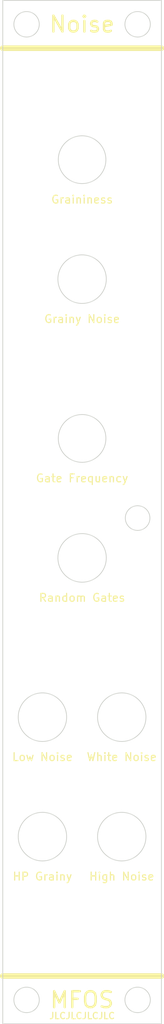
<source format=kicad_pcb>
(kicad_pcb (version 20221018) (generator pcbnew)
  (layers (0 "F.Cu" signal) (31 "B.Cu" signal) (34 "B.Paste" user) (35 "F.Paste" user) (36 "B.SilkS" user "B.Silkscreen") (37 "F.SilkS" user "F.Silkscreen") (38 "B.Mask" user) (39 "F.Mask" user) (44 "Edge.Cuts" user))
  (net 0 "")
  (footprint "Library:Potentiometer_Bourns_PTV09A-1_Single_Vertical-panel" (layer "F.Cu") (at 10 20)
    (fp_text reference "Graininess" (at 0 5) (layer "F.SilkS"))
    (fp_text value "100K" hide)
    (fp_circle (center 0 0) (end 3 0) (stroke (width 0.1)) (fill none) (layer "Edge.Cuts"))
  )
  (footprint "Library:Potentiometer_Bourns_PTV09A-1_Single_Vertical-panel" (layer "F.Cu") (at 10 55)
    (fp_text reference "Gate Frequency" (at 0 5) (layer "F.SilkS"))
    (fp_text value "100K" hide)
    (fp_circle (center 0 0) (end 3 0) (stroke (width 0.1)) (fill none) (layer "Edge.Cuts"))
  )
  (footprint "Library:Jack_3.5mm_QingPu_WQP-PJ398SM_Vertical_CircularHoles-panel" (layer "F.Cu") (at 5 105)
    (fp_text reference "HP Grainy" (at 0 5 180) (layer "F.SilkS"))
    (fp_text value "AudioJack2" hide)
    (fp_circle (center 0 0) (end 3.05 0) (stroke (width 0.1)) (fill none) (layer "Edge.Cuts"))
  )
  (footprint "Library:Jack_3.5mm_QingPu_WQP-PJ398SM_Vertical_CircularHoles-panel" (layer "F.Cu") (at 15 90)
    (fp_text reference "White Noise" (at 0 5 180) (layer "F.SilkS"))
    (fp_text value "AudioJack2" hide)
    (fp_circle (center 0 0) (end 3.05 0) (stroke (width 0.1)) (fill none) (layer "Edge.Cuts"))
  )
  (footprint "Library:Jack_3.5mm_QingPu_WQP-PJ398SM_Vertical_CircularHoles-panel" (layer "F.Cu") (at 10 70)
    (fp_text reference "Random Gates" (at 0 5 180) (layer "F.SilkS"))
    (fp_text value "AudioJack2" hide)
    (fp_circle (center 0 0) (end 3.05 0) (stroke (width 0.1)) (fill none) (layer "Edge.Cuts"))
  )
  (footprint "Library:Jack_3.5mm_QingPu_WQP-PJ398SM_Vertical_CircularHoles-panel" (layer "F.Cu") (at 5 90)
    (fp_text reference "Low Noise" (at 0 5 180) (layer "F.SilkS"))
    (fp_text value "AudioJack2" hide)
    (fp_circle (center 0 0) (end 3.05 0) (stroke (width 0.1)) (fill none) (layer "Edge.Cuts"))
  )
  (footprint "Library:Jack_3.5mm_QingPu_WQP-PJ398SM_Vertical_CircularHoles-panel" (layer "F.Cu") (at 15 105)
    (fp_text reference "High Noise" (at 0 5 180) (layer "F.SilkS"))
    (fp_text value "AudioJack2" hide)
    (fp_circle (center 0 0) (end 3.05 0) (stroke (width 0.1)) (fill none) (layer "Edge.Cuts"))
  )
  (footprint "Library:Jack_3.5mm_QingPu_WQP-PJ398SM_Vertical_CircularHoles-panel" (layer "F.Cu") (at 10 35)
    (fp_text reference "Grainy Noise" (at 0 5 180) (layer "F.SilkS"))
    (fp_text value "AudioJack2" hide)
    (fp_circle (center 0 0) (end 3.05 0) (stroke (width 0.1)) (fill none) (layer "Edge.Cuts"))
  )
  (gr_line (start 0 6) (end 20 6) (stroke (width 0.7)) (layer "F.SilkS"))
  (gr_line (start 0 122.5) (end 20 122.5) (stroke (width 0.7)) (layer "F.SilkS"))
  (gr_rect (start 0 0) (end 20 128.5) (stroke (width 0.1)) (fill none) (layer "Edge.Cuts"))
  (gr_circle (center 3 3) (end 4.6 3) (stroke (width 0.1)) (fill none) (layer "Edge.Cuts"))
  (gr_circle (center 3 125.5) (end 4.6 125.5) (stroke (width 0.1)) (fill none) (layer "Edge.Cuts"))
  (gr_circle (center 17 125.5) (end 18.6 125.5) (stroke (width 0.1)) (fill none) (layer "Edge.Cuts"))
  (gr_circle (center 17 3) (end 18.6 3) (stroke (width 0.1)) (fill none) (layer "Edge.Cuts"))
  (gr_circle (center 17 65) (end 18.55 65) (stroke (width 0.1)) (fill none) (layer "Edge.Cuts"))
  (gr_text "MFOS" (at 10 125.5) (layer "F.SilkS") (effects (font (size 2 2) (thickness 0.3))))
  (gr_text "Noise" (at 10 3) (layer "F.SilkS") (effects (font (size 2 2) (thickness 0.3))))
  (gr_text "JLCJLCJLCJLC" (at 10 127.5) (layer "F.SilkS") (effects (font (size 0.8 0.8) (thickness 0.15) bold)))
)
</source>
